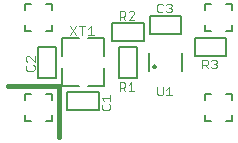
<source format=gto>
G75*
%MOIN*%
%OFA0B0*%
%FSLAX25Y25*%
%IPPOS*%
%LPD*%
%AMOC8*
5,1,8,0,0,1.08239X$1,22.5*
%
%ADD10C,0.01600*%
%ADD11C,0.00600*%
%ADD12C,0.00300*%
D10*
X0030933Y0001800D02*
X0030933Y0018800D01*
X0013933Y0018800D01*
D11*
X0019433Y0007300D02*
X0021433Y0007300D01*
X0019433Y0007300D02*
X0019433Y0009300D01*
X0026433Y0007300D02*
X0028433Y0007300D01*
X0028433Y0009300D01*
X0033724Y0010800D02*
X0033724Y0016800D01*
X0044142Y0016800D01*
X0044142Y0010800D01*
X0033724Y0010800D01*
X0028433Y0014300D02*
X0028433Y0016300D01*
X0026433Y0016300D01*
X0021433Y0016300D02*
X0019433Y0016300D01*
X0019433Y0014300D01*
X0031933Y0018800D02*
X0031933Y0024800D01*
X0029933Y0021591D02*
X0023933Y0021591D01*
X0023933Y0032009D01*
X0029933Y0032009D01*
X0029933Y0021591D01*
X0031933Y0018800D02*
X0037433Y0018800D01*
X0040433Y0018800D02*
X0045933Y0018800D01*
X0045933Y0024800D01*
X0050933Y0021591D02*
X0056933Y0021591D01*
X0056933Y0032009D01*
X0050933Y0032009D01*
X0050933Y0021591D01*
X0060921Y0023847D02*
X0060921Y0029753D01*
X0059142Y0033800D02*
X0059142Y0039800D01*
X0048724Y0039800D01*
X0048724Y0033800D01*
X0059142Y0033800D01*
X0061224Y0036300D02*
X0071642Y0036300D01*
X0071642Y0042300D01*
X0061224Y0042300D01*
X0061224Y0036300D01*
X0071945Y0029753D02*
X0071945Y0023847D01*
X0076224Y0028800D02*
X0086642Y0028800D01*
X0086642Y0034800D01*
X0076224Y0034800D01*
X0076224Y0028800D01*
X0062299Y0025300D02*
X0062301Y0025339D01*
X0062307Y0025378D01*
X0062317Y0025416D01*
X0062330Y0025453D01*
X0062347Y0025488D01*
X0062367Y0025522D01*
X0062391Y0025553D01*
X0062418Y0025582D01*
X0062447Y0025608D01*
X0062479Y0025631D01*
X0062513Y0025651D01*
X0062549Y0025667D01*
X0062586Y0025679D01*
X0062625Y0025688D01*
X0062664Y0025693D01*
X0062703Y0025694D01*
X0062742Y0025691D01*
X0062781Y0025684D01*
X0062818Y0025673D01*
X0062855Y0025659D01*
X0062890Y0025641D01*
X0062923Y0025620D01*
X0062954Y0025595D01*
X0062982Y0025568D01*
X0063007Y0025538D01*
X0063029Y0025505D01*
X0063048Y0025471D01*
X0063063Y0025435D01*
X0063075Y0025397D01*
X0063083Y0025359D01*
X0063087Y0025320D01*
X0063087Y0025280D01*
X0063083Y0025241D01*
X0063075Y0025203D01*
X0063063Y0025165D01*
X0063048Y0025129D01*
X0063029Y0025095D01*
X0063007Y0025062D01*
X0062982Y0025032D01*
X0062954Y0025005D01*
X0062923Y0024980D01*
X0062890Y0024959D01*
X0062855Y0024941D01*
X0062818Y0024927D01*
X0062781Y0024916D01*
X0062742Y0024909D01*
X0062703Y0024906D01*
X0062664Y0024907D01*
X0062625Y0024912D01*
X0062586Y0024921D01*
X0062549Y0024933D01*
X0062513Y0024949D01*
X0062479Y0024969D01*
X0062447Y0024992D01*
X0062418Y0025018D01*
X0062391Y0025047D01*
X0062367Y0025078D01*
X0062347Y0025112D01*
X0062330Y0025147D01*
X0062317Y0025184D01*
X0062307Y0025222D01*
X0062301Y0025261D01*
X0062299Y0025300D01*
X0045933Y0028800D02*
X0045933Y0034800D01*
X0040433Y0034800D01*
X0037433Y0034800D02*
X0031933Y0034800D01*
X0031933Y0028800D01*
X0028433Y0037300D02*
X0026433Y0037300D01*
X0028433Y0037300D02*
X0028433Y0039300D01*
X0021433Y0037300D02*
X0019433Y0037300D01*
X0019433Y0039300D01*
X0019433Y0044300D02*
X0019433Y0046300D01*
X0021433Y0046300D01*
X0026433Y0046300D02*
X0028433Y0046300D01*
X0028433Y0044300D01*
X0079433Y0044300D02*
X0079433Y0046300D01*
X0081433Y0046300D01*
X0086433Y0046300D02*
X0088433Y0046300D01*
X0088433Y0044300D01*
X0088433Y0039300D02*
X0088433Y0037300D01*
X0086433Y0037300D01*
X0081433Y0037300D02*
X0079433Y0037300D01*
X0079433Y0039300D01*
X0079433Y0016300D02*
X0079433Y0014300D01*
X0079433Y0016300D02*
X0081433Y0016300D01*
X0086433Y0016300D02*
X0088433Y0016300D01*
X0088433Y0014300D01*
X0088433Y0009300D02*
X0088433Y0007300D01*
X0086433Y0007300D01*
X0081433Y0007300D02*
X0079433Y0007300D01*
X0079433Y0009300D01*
D12*
X0068518Y0015750D02*
X0066583Y0015750D01*
X0067551Y0015750D02*
X0067551Y0018652D01*
X0066583Y0017685D01*
X0065572Y0018652D02*
X0065572Y0016234D01*
X0065088Y0015750D01*
X0064120Y0015750D01*
X0063637Y0016234D01*
X0063637Y0018652D01*
X0056018Y0017250D02*
X0054083Y0017250D01*
X0055051Y0017250D02*
X0055051Y0020152D01*
X0054083Y0019185D01*
X0053072Y0019669D02*
X0053072Y0018701D01*
X0052588Y0018217D01*
X0051137Y0018217D01*
X0051137Y0017250D02*
X0051137Y0020152D01*
X0052588Y0020152D01*
X0053072Y0019669D01*
X0052104Y0018217D02*
X0053072Y0017250D01*
X0047983Y0015885D02*
X0047983Y0013950D01*
X0047983Y0014917D02*
X0045081Y0014917D01*
X0046048Y0013950D01*
X0045564Y0012938D02*
X0045081Y0012455D01*
X0045081Y0011487D01*
X0045564Y0011003D01*
X0047499Y0011003D01*
X0047983Y0011487D01*
X0047983Y0012455D01*
X0047499Y0012938D01*
X0022783Y0024487D02*
X0022299Y0024003D01*
X0020364Y0024003D01*
X0019881Y0024487D01*
X0019881Y0025455D01*
X0020364Y0025938D01*
X0020364Y0026950D02*
X0019881Y0027434D01*
X0019881Y0028401D01*
X0020364Y0028885D01*
X0020848Y0028885D01*
X0022783Y0026950D01*
X0022783Y0028885D01*
X0022299Y0025938D02*
X0022783Y0025455D01*
X0022783Y0024487D01*
X0034663Y0035950D02*
X0036598Y0038852D01*
X0037610Y0038852D02*
X0039545Y0038852D01*
X0038577Y0038852D02*
X0038577Y0035950D01*
X0036598Y0035950D02*
X0034663Y0038852D01*
X0040556Y0037885D02*
X0041524Y0038852D01*
X0041524Y0035950D01*
X0042491Y0035950D02*
X0040556Y0035950D01*
X0051137Y0040950D02*
X0051137Y0043852D01*
X0052588Y0043852D01*
X0053072Y0043369D01*
X0053072Y0042401D01*
X0052588Y0041917D01*
X0051137Y0041917D01*
X0052104Y0041917D02*
X0053072Y0040950D01*
X0054083Y0040950D02*
X0056018Y0042885D01*
X0056018Y0043369D01*
X0055534Y0043852D01*
X0054567Y0043852D01*
X0054083Y0043369D01*
X0054083Y0040950D02*
X0056018Y0040950D01*
X0063637Y0043934D02*
X0064120Y0043450D01*
X0065088Y0043450D01*
X0065572Y0043934D01*
X0066583Y0043934D02*
X0067067Y0043450D01*
X0068034Y0043450D01*
X0068518Y0043934D01*
X0068518Y0044417D01*
X0068034Y0044901D01*
X0067551Y0044901D01*
X0068034Y0044901D02*
X0068518Y0045385D01*
X0068518Y0045869D01*
X0068034Y0046352D01*
X0067067Y0046352D01*
X0066583Y0045869D01*
X0065572Y0045869D02*
X0065088Y0046352D01*
X0064120Y0046352D01*
X0063637Y0045869D01*
X0063637Y0043934D01*
X0078637Y0027652D02*
X0080088Y0027652D01*
X0080572Y0027169D01*
X0080572Y0026201D01*
X0080088Y0025717D01*
X0078637Y0025717D01*
X0079604Y0025717D02*
X0080572Y0024750D01*
X0081583Y0025234D02*
X0082067Y0024750D01*
X0083034Y0024750D01*
X0083518Y0025234D01*
X0083518Y0025717D01*
X0083034Y0026201D01*
X0082551Y0026201D01*
X0083034Y0026201D02*
X0083518Y0026685D01*
X0083518Y0027169D01*
X0083034Y0027652D01*
X0082067Y0027652D01*
X0081583Y0027169D01*
X0078637Y0027652D02*
X0078637Y0024750D01*
M02*

</source>
